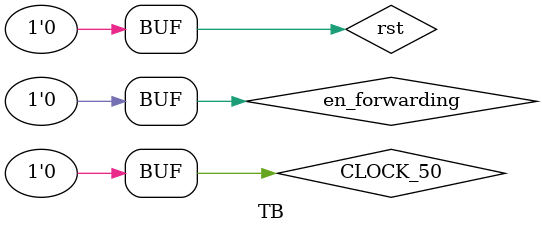
<source format=v>
module TB();

  ////////////////////////    Clock reg       ////////////////////////
  reg CLOCK_50 = 1'b0;
  reg rst;
  reg en_forwarding;


  ARM_Module ARM(CLOCK_50,rst,en_forwarding);

  initial repeat(1500) #100 CLOCK_50 = ~CLOCK_50;

  initial begin
    rst = 1'b1;
    en_forwarding = 1'b0;
    #500
    rst = 1'b0;
  end

endmodule

</source>
